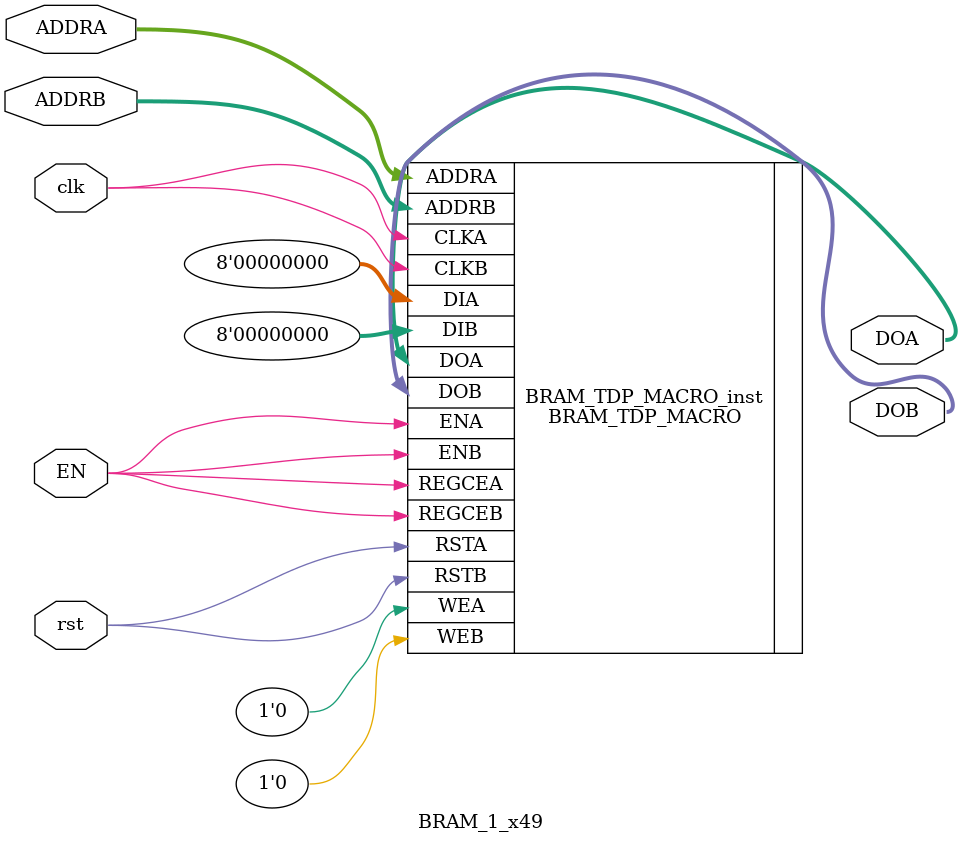
<source format=v>

module BRAM_1_x49(
    input [9:0] ADDRA,
    input [9:0] ADDRB,
    input clk,
    input rst, input EN,
    output [7:0] DOA,
    output [7:0] DOB
    );



// Spartan-6
// Xilinx HDL Libraries Guide, version 14.7
//////////////////////////////////////////////////////////////////////////
// DATA_WIDTH_A/B | BRAM_SIZE | RAM Depth | ADDRA/B Width | WEA/B Width //
// ===============|===========|===========|===============|=============//
// 19-36 | "18Kb" | 512 | 9-bit | 4-bit //
// 10-18 | "18Kb" | 1024 | 10-bit | 2-bit //
// 10-18 | "9Kb" | 512 | 9-bit | 2-bit //
// 5-9 | "18Kb" | 2048 | 11-bit | 1-bit //
// 5-9 | "9Kb" | 1024 | 10-bit | 1-bit //
// 3-4 | "18Kb" | 4096 | 12-bit | 1-bit //
// 3-4 | "9Kb" | 2048 | 11-bit | 1-bit //
// 2 | "18Kb" | 8192 | 13-bit | 1-bit //
// 2 | "9Kb" | 4096 | 12-bit | 1-bit //
// 1 | "18Kb" | 16384 | 14-bit | 1-bit //
// 1 | "9Kb" | 8192 | 12-bit | 1-bit //
//////////////////////////////////////////////////////////////////////////
BRAM_TDP_MACRO #(
	.BRAM_SIZE("9Kb"), // Target BRAM: "9Kb" or "18Kb"
	.DEVICE("SPARTAN6"), // Target device: "VIRTEX5", "VIRTEX6", "SPARTAN6"
	.DOA_REG(1), // Optional port A output register (0 or 1)
	.DOB_REG(1), // Optional port B output register (0 or 1)
	.INIT_A(36'h0123), // Initial values on port A output port
	.INIT_B(36'h3210), // Initial values on port B output port
	.INIT_FILE ("NONE"),
	.READ_WIDTH_A (8), // Valid values are 1-36
	.READ_WIDTH_B (8), // Valid values are 1-36
	.SIM_COLLISION_CHECK ("NONE"), // Collision check enable "ALL", "WARNING_ONLY",
	// "GENERATE_X_ONLY" or "NONE"
	.SRVAL_A(36'h00000000), // Set/Reset value for port A output
	.SRVAL_B(36'h00000000), // Set/Reset value for port B output
	.WRITE_MODE_A("WRITE_FIRST"), // "WRITE_FIRST", "READ_FIRST", or "NO_CHANGE"
	.WRITE_MODE_B("WRITE_FIRST"), // "WRITE_FIRST", "READ_FIRST", or "NO_CHANGE"
	.WRITE_WIDTH_A(8), // Valid values are 1-36
	.WRITE_WIDTH_B(8), // Valid values are 1-36
	
.INIT_00(256'h2C4CB2679CCA48AB0000000000000000FA92E934D886816A0000000000000000),
.INIT_01(256'h1F69D405DE9C698CDDE0577884BB38150299DDE1329D9199E43CF73DDE04FB33),
.INIT_02(256'h0E72B5A531C744DE03BAA6C6010420FC8F6625A04E2D2A2593B7AA57FD654001),
.INIT_03(256'hF86839D7869EBFD995EB9520FE3E4C479575DC42761EC7D11B1D1ED37FC7C8BB),
.INIT_04(256'h1A11CD974AF96C8E70A5DBEAB1EAA11EE9BB17145DB752E936B23959818B35DB),
.INIT_05(256'hE4B7011179905BF17BDD3D6D5F7594482DC278D43762A5B3F5E78E6AC45A325A),
.INIT_06(256'hC80C84C8DC1CE5ADD96669EBD15C5EEE5454AD25C8CC44C83744BFF1256492EE),
.INIT_07(256'hA1C7F00C48285AA0CBFDB9A016106D4420675D8022631CC7CAD519296E41B4B4),
.INIT_08(256'hD1B14F9A6137B556FDFDFDFDFDFDFDFD076F14C9257B7C97FDFDFDFDFDFDFDFD),
.INIT_09(256'hE29429F823619471201DAA857946C5E8FF64201CCF606C6419C10AC023F906CE),
.INIT_0A(256'hF38F4858CC3AB923FE475B3BFCF9DD01729BD85DB3D0D7D86E4A57AA0098BDFC),
.INIT_0B(256'h0595C42A7B634224681668DD03C3B1BA688821BF8BE33A2CE6E0E32E823A3546),
.INIT_0C(256'hE7EC306AB70491738D5826174C175CE31446EAE9A04AAF14CB4FC4A47C76C826),
.INIT_0D(256'h194AFCEC846DA60C8620C090A28869B5D03F8529CA9F584E081A739739A7CFA7),
.INIT_0E(256'h35F1793521E11850249B94162CA1A313A9A950D83531B935CAB9420CD8996F13),
.INIT_0F(256'h5C3A0DF1B5D5A75D3600445DEBED90B9DD9AA07DDF9EE13A3728E4D493BC4949),
.INIT_10(256'hF8185D8EC6C3665000000000000000002BE2F40E2A06F0EF0000000000000000),
.INIT_11(256'hE54E72D8F852248FA91F77F3ECBE7C1C80AF745A735DCCE3150ED2FB817E08C5),
.INIT_12(256'hCC3DE4C47610FF4824B62959FF1F565470E4F0B5E4E7C517F72928143D914608),
.INIT_13(256'h85D9902F4E61B4782DEFF1E3E1B5D753F1655522C5228E8A3C1F2BD83085CDA8),
.INIT_14(256'hF5410DA49D06CA4C1A8C07BF28749FED2D4E6917A9E542138DE556106CCE1D91),
.INIT_15(256'h73C00995D9A14215EB8798E87D3FEAB4D1180EE8464478550C33A0839889D0DD),
.INIT_16(256'hD568CF8D78986976180467B7B014C1A9DBFDAF768BF0F470E54B8EEC8F99EA30),
.INIT_17(256'h134F84152ECBFCD45D5D43BD035F5DFF1973F95E08DBADB3AEB1BD5CE3A0B00D),
.INIT_18(256'h05E5A0733B3E9BADFDFDFDFDFDFDFDFDD61F09F3D7FB0D12FDFDFDFDFDFDFDFD),
.INIT_19(256'h18B38F2505AFD97254E28A0E114381E17D5289A78EA0311EE8F32F067C83F538),
.INIT_1A(256'h31C019398BED02B5D94BD4A402E2ABA98D190D48191A38EA0AD4D5E9C06CBBF5),
.INIT_1B(256'h78246DD2B39C4985D0120C1E1C482AAE0C98A8DF38DF7377C1E2D625CD783055),
.INIT_1C(256'h08BCF05960FB37B1E771FA42D5896210D0B394EA5418BFEE7018ABED9133E06C),
.INIT_1D(256'h8E3DF468245CBFE8167A651580C217492CE5F315BBB985A8F1CE5D7E65742D20),
.INIT_1E(256'h289532708565948BE5F99A4A4DE93C542600528B760D098D18B67311726417CD),
.INIT_1F(256'hEEB279E8D3360129A0A0BE40FEA2A002E48E04A3F526504E534C40A11E5D4DF0),



	
	//===============================================================================
	
	.INIT_20(256'h0000000000000000000000000000000000000000000000000000000000000000),
	.INIT_21(256'h0000000000000000000000000000000000000000000000000000000000000000),
	.INIT_22(256'h0000000000000000000000000000000000000000000000000000000000000000),
	.INIT_23(256'h0000000000000000000000000000000000000000000000000000000000000000),
	.INIT_24(256'h0000000000000000000000000000000000000000000000000000000000000000),
	.INIT_25(256'h0000000000000000000000000000000000000000000000000000000000000000),
	.INIT_26(256'h0000000000000000000000000000000000000000000000000000000000000000),
	.INIT_27(256'h0000000000000000000000000000000000000000000000000000000000000000),
	.INIT_28(256'h0000000000000000000000000000000000000000000000000000000000000000),
	.INIT_29(256'h0000000000000000000000000000000000000000000000000000000000000000),
	.INIT_2A(256'h0000000000000000000000000000000000000000000000000000000000000000),
	.INIT_2B(256'h0000000000000000000000000000000000000000000000000000000000000000),
	.INIT_2C(256'h0000000000000000000000000000000000000000000000000000000000000000),
	.INIT_2D(256'h0000000000000000000000000000000000000000000000000000000000000000),
	.INIT_2E(256'h0000000000000000000000000000000000000000000000000000000000000000),
	.INIT_2F(256'h0000000000000000000000000000000000000000000000000000000000000000),
	.INIT_30(256'h0000000000000000000000000000000000000000000000000000000000000000),
	.INIT_31(256'h0000000000000000000000000000000000000000000000000000000000000000),
	.INIT_32(256'h0000000000000000000000000000000000000000000000000000000000000000),
	.INIT_33(256'h0000000000000000000000000000000000000000000000000000000000000000),
	.INIT_34(256'h0000000000000000000000000000000000000000000000000000000000000000),
	.INIT_35(256'h0000000000000000000000000000000000000000000000000000000000000000),
	.INIT_36(256'h0000000000000000000000000000000000000000000000000000000000000000),
	.INIT_37(256'h0000000000000000000000000000000000000000000000000000000000000000),
	.INIT_38(256'h0000000000000000000000000000000000000000000000000000000000000000),
	.INIT_39(256'h0000000000000000000000000000000000000000000000000000000000000000),
	.INIT_3A(256'h0000000000000000000000000000000000000000000000000000000000000000),
	.INIT_3B(256'h0000000000000000000000000000000000000000000000000000000000000000),
	.INIT_3C(256'h0000000000000000000000000000000000000000000000000000000000000000),
	.INIT_3D(256'h0000000000000000000000000000000000000000000000000000000000000000),
	.INIT_3E(256'h0000000000000000000000000000000000000000000000000000000000000000),
	.INIT_3F(256'h0000000000000000000000000000000000000000000000000000000000000000),


	// The next set of INITP_xx are for the parity bits
	.INITP_00(256'h0000000000000000000000000000000000000000000000000000000000000000),
	.INITP_01(256'h0000000000000000000000000000000000000000000000000000000000000000),
	.INITP_02(256'h0000000000000000000000000000000000000000000000000000000000000000),
	.INITP_03(256'h0000000000000000000000000000000000000000000000000000000000000000),
	// The next set of INITP_xx are for "18Kb" configuration only
	.INITP_04(256'h0000000000000000000000000000000000000000000000000000000000000000),
	.INITP_05(256'h0000000000000000000000000000000000000000000000000000000000000000),
	.INITP_06(256'h0000000000000000000000000000000000000000000000000000000000000000),
	.INITP_07(256'h0000000000000000000000000000000000000000000000000000000000000000)
) BRAM_TDP_MACRO_inst (
	.DOA(DOA), // Output port-A data, width defined by READ_WIDTH_A parameter
	.DOB(DOB), // Output port-B data, width defined by READ_WIDTH_B parameter
	.ADDRA(ADDRA), // Input port-A address, width defined by Port A depth
	.ADDRB(ADDRB), // Input port-B address, width defined by Port B depth
	.CLKA(clk), // 1-bit input port-A clock
	.CLKB(clk), // 1-bit input port-B clock
	.DIA(8'h0), // Input port-A data, width defined by WRITE_WIDTH_A parameter
	.DIB(8'h0), // Input port-B data, width defined by WRITE_WIDTH_B parameter
	.ENA(EN), // 1-bit input port-A enable
	.ENB(EN), // 1-bit input port-B enable
	.REGCEA(EN), // 1-bit input port-A output register enable
	.REGCEB(EN), // 1-bit input port-B output register enable
	.RSTA(rst), // 1-bit input port-A reset
	.RSTB(rst), // 1-bit input port-B reset
	.WEA(1'b0), // Input port-A write enable, width defined by Port A depth
	.WEB(1'b0) // Input port-B write enable, width defined by Port B depth
);
// End of BRAM_TDP_MACRO_inst instantiation
endmodule

</source>
